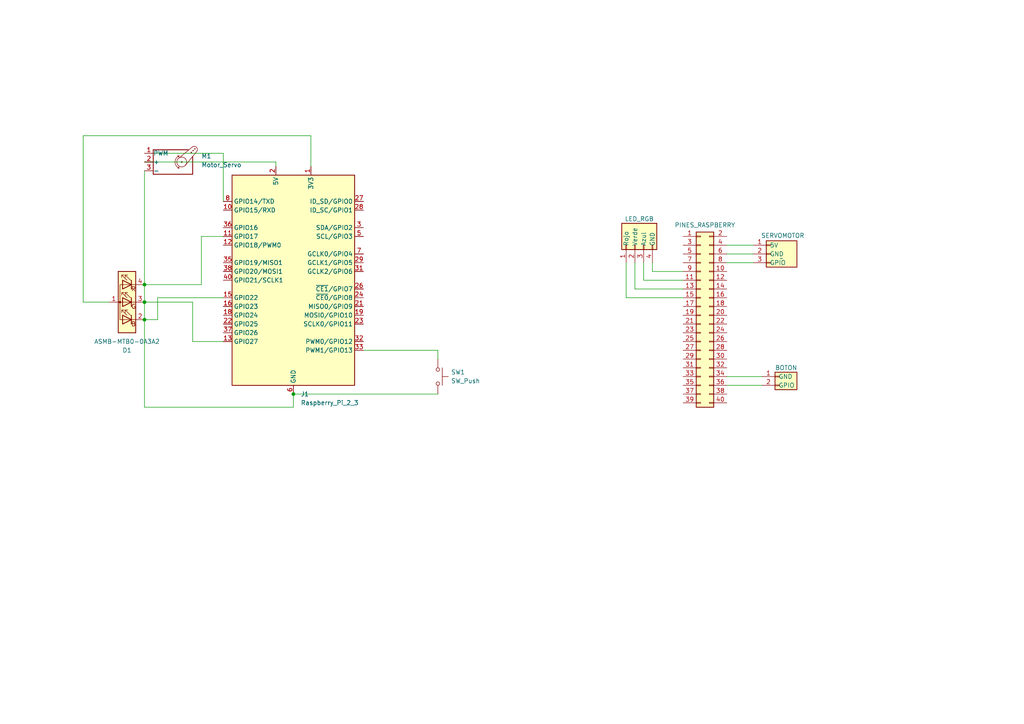
<source format=kicad_sch>
(kicad_sch
	(version 20250114)
	(generator "eeschema")
	(generator_version "9.0")
	(uuid "1cd0b24d-d4cc-4c7b-9e89-5bb22e9fdf0b")
	(paper "A4")
	(lib_symbols
		(symbol "Connector:Raspberry_Pi_2_3"
			(exclude_from_sim no)
			(in_bom yes)
			(on_board yes)
			(property "Reference" "J"
				(at -17.78 31.75 0)
				(effects
					(font
						(size 1.27 1.27)
					)
					(justify left bottom)
				)
			)
			(property "Value" "Raspberry_Pi_2_3"
				(at 10.16 -31.75 0)
				(effects
					(font
						(size 1.27 1.27)
					)
					(justify left top)
				)
			)
			(property "Footprint" ""
				(at 0 0 0)
				(effects
					(font
						(size 1.27 1.27)
					)
					(hide yes)
				)
			)
			(property "Datasheet" "https://www.raspberrypi.org/documentation/hardware/raspberrypi/schematics/rpi_SCH_3bplus_1p0_reduced.pdf"
				(at 60.96 -44.45 0)
				(effects
					(font
						(size 1.27 1.27)
					)
					(hide yes)
				)
			)
			(property "Description" "expansion header for Raspberry Pi 2 & 3"
				(at 0 0 0)
				(effects
					(font
						(size 1.27 1.27)
					)
					(hide yes)
				)
			)
			(property "ki_keywords" "raspberrypi gpio"
				(at 0 0 0)
				(effects
					(font
						(size 1.27 1.27)
					)
					(hide yes)
				)
			)
			(property "ki_fp_filters" "PinHeader*2x20*P2.54mm*Vertical* PinSocket*2x20*P2.54mm*Vertical*"
				(at 0 0 0)
				(effects
					(font
						(size 1.27 1.27)
					)
					(hide yes)
				)
			)
			(symbol "Raspberry_Pi_2_3_0_1"
				(rectangle
					(start -17.78 30.48)
					(end 17.78 -30.48)
					(stroke
						(width 0.254)
						(type default)
					)
					(fill
						(type background)
					)
				)
			)
			(symbol "Raspberry_Pi_2_3_1_1"
				(pin bidirectional line
					(at -20.32 22.86 0)
					(length 2.54)
					(name "GPIO14/TXD"
						(effects
							(font
								(size 1.27 1.27)
							)
						)
					)
					(number "8"
						(effects
							(font
								(size 1.27 1.27)
							)
						)
					)
				)
				(pin bidirectional line
					(at -20.32 20.32 0)
					(length 2.54)
					(name "GPIO15/RXD"
						(effects
							(font
								(size 1.27 1.27)
							)
						)
					)
					(number "10"
						(effects
							(font
								(size 1.27 1.27)
							)
						)
					)
				)
				(pin bidirectional line
					(at -20.32 15.24 0)
					(length 2.54)
					(name "GPIO16"
						(effects
							(font
								(size 1.27 1.27)
							)
						)
					)
					(number "36"
						(effects
							(font
								(size 1.27 1.27)
							)
						)
					)
				)
				(pin bidirectional line
					(at -20.32 12.7 0)
					(length 2.54)
					(name "GPIO17"
						(effects
							(font
								(size 1.27 1.27)
							)
						)
					)
					(number "11"
						(effects
							(font
								(size 1.27 1.27)
							)
						)
					)
				)
				(pin bidirectional line
					(at -20.32 10.16 0)
					(length 2.54)
					(name "GPIO18/PWM0"
						(effects
							(font
								(size 1.27 1.27)
							)
						)
					)
					(number "12"
						(effects
							(font
								(size 1.27 1.27)
							)
						)
					)
				)
				(pin bidirectional line
					(at -20.32 5.08 0)
					(length 2.54)
					(name "GPIO19/MISO1"
						(effects
							(font
								(size 1.27 1.27)
							)
						)
					)
					(number "35"
						(effects
							(font
								(size 1.27 1.27)
							)
						)
					)
				)
				(pin bidirectional line
					(at -20.32 2.54 0)
					(length 2.54)
					(name "GPIO20/MOSI1"
						(effects
							(font
								(size 1.27 1.27)
							)
						)
					)
					(number "38"
						(effects
							(font
								(size 1.27 1.27)
							)
						)
					)
				)
				(pin bidirectional line
					(at -20.32 0 0)
					(length 2.54)
					(name "GPIO21/SCLK1"
						(effects
							(font
								(size 1.27 1.27)
							)
						)
					)
					(number "40"
						(effects
							(font
								(size 1.27 1.27)
							)
						)
					)
				)
				(pin bidirectional line
					(at -20.32 -5.08 0)
					(length 2.54)
					(name "GPIO22"
						(effects
							(font
								(size 1.27 1.27)
							)
						)
					)
					(number "15"
						(effects
							(font
								(size 1.27 1.27)
							)
						)
					)
				)
				(pin bidirectional line
					(at -20.32 -7.62 0)
					(length 2.54)
					(name "GPIO23"
						(effects
							(font
								(size 1.27 1.27)
							)
						)
					)
					(number "16"
						(effects
							(font
								(size 1.27 1.27)
							)
						)
					)
				)
				(pin bidirectional line
					(at -20.32 -10.16 0)
					(length 2.54)
					(name "GPIO24"
						(effects
							(font
								(size 1.27 1.27)
							)
						)
					)
					(number "18"
						(effects
							(font
								(size 1.27 1.27)
							)
						)
					)
				)
				(pin bidirectional line
					(at -20.32 -12.7 0)
					(length 2.54)
					(name "GPIO25"
						(effects
							(font
								(size 1.27 1.27)
							)
						)
					)
					(number "22"
						(effects
							(font
								(size 1.27 1.27)
							)
						)
					)
				)
				(pin bidirectional line
					(at -20.32 -15.24 0)
					(length 2.54)
					(name "GPIO26"
						(effects
							(font
								(size 1.27 1.27)
							)
						)
					)
					(number "37"
						(effects
							(font
								(size 1.27 1.27)
							)
						)
					)
				)
				(pin bidirectional line
					(at -20.32 -17.78 0)
					(length 2.54)
					(name "GPIO27"
						(effects
							(font
								(size 1.27 1.27)
							)
						)
					)
					(number "13"
						(effects
							(font
								(size 1.27 1.27)
							)
						)
					)
				)
				(pin power_in line
					(at -5.08 33.02 270)
					(length 2.54)
					(name "5V"
						(effects
							(font
								(size 1.27 1.27)
							)
						)
					)
					(number "2"
						(effects
							(font
								(size 1.27 1.27)
							)
						)
					)
				)
				(pin passive line
					(at -5.08 33.02 270)
					(length 2.54)
					(hide yes)
					(name "5V"
						(effects
							(font
								(size 1.27 1.27)
							)
						)
					)
					(number "4"
						(effects
							(font
								(size 1.27 1.27)
							)
						)
					)
				)
				(pin passive line
					(at 0 -33.02 90)
					(length 2.54)
					(hide yes)
					(name "GND"
						(effects
							(font
								(size 1.27 1.27)
							)
						)
					)
					(number "14"
						(effects
							(font
								(size 1.27 1.27)
							)
						)
					)
				)
				(pin passive line
					(at 0 -33.02 90)
					(length 2.54)
					(hide yes)
					(name "GND"
						(effects
							(font
								(size 1.27 1.27)
							)
						)
					)
					(number "20"
						(effects
							(font
								(size 1.27 1.27)
							)
						)
					)
				)
				(pin passive line
					(at 0 -33.02 90)
					(length 2.54)
					(hide yes)
					(name "GND"
						(effects
							(font
								(size 1.27 1.27)
							)
						)
					)
					(number "25"
						(effects
							(font
								(size 1.27 1.27)
							)
						)
					)
				)
				(pin passive line
					(at 0 -33.02 90)
					(length 2.54)
					(hide yes)
					(name "GND"
						(effects
							(font
								(size 1.27 1.27)
							)
						)
					)
					(number "30"
						(effects
							(font
								(size 1.27 1.27)
							)
						)
					)
				)
				(pin passive line
					(at 0 -33.02 90)
					(length 2.54)
					(hide yes)
					(name "GND"
						(effects
							(font
								(size 1.27 1.27)
							)
						)
					)
					(number "34"
						(effects
							(font
								(size 1.27 1.27)
							)
						)
					)
				)
				(pin passive line
					(at 0 -33.02 90)
					(length 2.54)
					(hide yes)
					(name "GND"
						(effects
							(font
								(size 1.27 1.27)
							)
						)
					)
					(number "39"
						(effects
							(font
								(size 1.27 1.27)
							)
						)
					)
				)
				(pin power_in line
					(at 0 -33.02 90)
					(length 2.54)
					(name "GND"
						(effects
							(font
								(size 1.27 1.27)
							)
						)
					)
					(number "6"
						(effects
							(font
								(size 1.27 1.27)
							)
						)
					)
				)
				(pin passive line
					(at 0 -33.02 90)
					(length 2.54)
					(hide yes)
					(name "GND"
						(effects
							(font
								(size 1.27 1.27)
							)
						)
					)
					(number "9"
						(effects
							(font
								(size 1.27 1.27)
							)
						)
					)
				)
				(pin power_in line
					(at 5.08 33.02 270)
					(length 2.54)
					(name "3V3"
						(effects
							(font
								(size 1.27 1.27)
							)
						)
					)
					(number "1"
						(effects
							(font
								(size 1.27 1.27)
							)
						)
					)
				)
				(pin passive line
					(at 5.08 33.02 270)
					(length 2.54)
					(hide yes)
					(name "3V3"
						(effects
							(font
								(size 1.27 1.27)
							)
						)
					)
					(number "17"
						(effects
							(font
								(size 1.27 1.27)
							)
						)
					)
				)
				(pin bidirectional line
					(at 20.32 22.86 180)
					(length 2.54)
					(name "ID_SD/GPIO0"
						(effects
							(font
								(size 1.27 1.27)
							)
						)
					)
					(number "27"
						(effects
							(font
								(size 1.27 1.27)
							)
						)
					)
				)
				(pin bidirectional line
					(at 20.32 20.32 180)
					(length 2.54)
					(name "ID_SC/GPIO1"
						(effects
							(font
								(size 1.27 1.27)
							)
						)
					)
					(number "28"
						(effects
							(font
								(size 1.27 1.27)
							)
						)
					)
				)
				(pin bidirectional line
					(at 20.32 15.24 180)
					(length 2.54)
					(name "SDA/GPIO2"
						(effects
							(font
								(size 1.27 1.27)
							)
						)
					)
					(number "3"
						(effects
							(font
								(size 1.27 1.27)
							)
						)
					)
				)
				(pin bidirectional line
					(at 20.32 12.7 180)
					(length 2.54)
					(name "SCL/GPIO3"
						(effects
							(font
								(size 1.27 1.27)
							)
						)
					)
					(number "5"
						(effects
							(font
								(size 1.27 1.27)
							)
						)
					)
				)
				(pin bidirectional line
					(at 20.32 7.62 180)
					(length 2.54)
					(name "GCLK0/GPIO4"
						(effects
							(font
								(size 1.27 1.27)
							)
						)
					)
					(number "7"
						(effects
							(font
								(size 1.27 1.27)
							)
						)
					)
				)
				(pin bidirectional line
					(at 20.32 5.08 180)
					(length 2.54)
					(name "GCLK1/GPIO5"
						(effects
							(font
								(size 1.27 1.27)
							)
						)
					)
					(number "29"
						(effects
							(font
								(size 1.27 1.27)
							)
						)
					)
				)
				(pin bidirectional line
					(at 20.32 2.54 180)
					(length 2.54)
					(name "GCLK2/GPIO6"
						(effects
							(font
								(size 1.27 1.27)
							)
						)
					)
					(number "31"
						(effects
							(font
								(size 1.27 1.27)
							)
						)
					)
				)
				(pin bidirectional line
					(at 20.32 -2.54 180)
					(length 2.54)
					(name "~{CE1}/GPIO7"
						(effects
							(font
								(size 1.27 1.27)
							)
						)
					)
					(number "26"
						(effects
							(font
								(size 1.27 1.27)
							)
						)
					)
				)
				(pin bidirectional line
					(at 20.32 -5.08 180)
					(length 2.54)
					(name "~{CE0}/GPIO8"
						(effects
							(font
								(size 1.27 1.27)
							)
						)
					)
					(number "24"
						(effects
							(font
								(size 1.27 1.27)
							)
						)
					)
				)
				(pin bidirectional line
					(at 20.32 -7.62 180)
					(length 2.54)
					(name "MISO0/GPIO9"
						(effects
							(font
								(size 1.27 1.27)
							)
						)
					)
					(number "21"
						(effects
							(font
								(size 1.27 1.27)
							)
						)
					)
				)
				(pin bidirectional line
					(at 20.32 -10.16 180)
					(length 2.54)
					(name "MOSI0/GPIO10"
						(effects
							(font
								(size 1.27 1.27)
							)
						)
					)
					(number "19"
						(effects
							(font
								(size 1.27 1.27)
							)
						)
					)
				)
				(pin bidirectional line
					(at 20.32 -12.7 180)
					(length 2.54)
					(name "SCLK0/GPIO11"
						(effects
							(font
								(size 1.27 1.27)
							)
						)
					)
					(number "23"
						(effects
							(font
								(size 1.27 1.27)
							)
						)
					)
				)
				(pin bidirectional line
					(at 20.32 -17.78 180)
					(length 2.54)
					(name "PWM0/GPIO12"
						(effects
							(font
								(size 1.27 1.27)
							)
						)
					)
					(number "32"
						(effects
							(font
								(size 1.27 1.27)
							)
						)
					)
				)
				(pin bidirectional line
					(at 20.32 -20.32 180)
					(length 2.54)
					(name "PWM1/GPIO13"
						(effects
							(font
								(size 1.27 1.27)
							)
						)
					)
					(number "33"
						(effects
							(font
								(size 1.27 1.27)
							)
						)
					)
				)
			)
			(embedded_fonts no)
		)
		(symbol "Connector_Generic:Conn_01x02"
			(pin_names
				(offset 1.016)
			)
			(exclude_from_sim no)
			(in_bom yes)
			(on_board yes)
			(property "Reference" "BOTON"
				(at -1.27 2.54 0)
				(effects
					(font
						(size 1.27 1.27)
					)
					(justify left)
				)
			)
			(property "Value" "~"
				(at 2.54 -2.5399 0)
				(effects
					(font
						(size 1.27 1.27)
					)
					(justify left)
					(hide yes)
				)
			)
			(property "Footprint" ""
				(at 0 0 0)
				(effects
					(font
						(size 1.27 1.27)
					)
					(hide yes)
				)
			)
			(property "Datasheet" "~"
				(at 0 0 0)
				(effects
					(font
						(size 1.27 1.27)
					)
					(hide yes)
				)
			)
			(property "Description" "Generic connector, single row, 01x02, script generated (kicad-library-utils/schlib/autogen/connector/)"
				(at 0 0 0)
				(effects
					(font
						(size 1.27 1.27)
					)
					(hide yes)
				)
			)
			(property "ki_keywords" "connector"
				(at 0 0 0)
				(effects
					(font
						(size 1.27 1.27)
					)
					(hide yes)
				)
			)
			(property "ki_fp_filters" "Connector*:*_1x??_*"
				(at 0 0 0)
				(effects
					(font
						(size 1.27 1.27)
					)
					(hide yes)
				)
			)
			(symbol "Conn_01x02_1_1"
				(rectangle
					(start -1.27 1.27)
					(end 5.08 -3.81)
					(stroke
						(width 0.254)
						(type default)
					)
					(fill
						(type background)
					)
				)
				(rectangle
					(start -1.27 0.127)
					(end 0 -0.127)
					(stroke
						(width 0.1524)
						(type default)
					)
					(fill
						(type none)
					)
				)
				(rectangle
					(start -1.27 -2.413)
					(end 0 -2.667)
					(stroke
						(width 0.1524)
						(type default)
					)
					(fill
						(type none)
					)
				)
				(pin passive line
					(at -5.08 0 0)
					(length 3.81)
					(name "GND"
						(effects
							(font
								(size 1.27 1.27)
							)
						)
					)
					(number "1"
						(effects
							(font
								(size 1.27 1.27)
							)
						)
					)
				)
				(pin passive line
					(at -5.08 -2.54 0)
					(length 3.81)
					(name "GPIO"
						(effects
							(font
								(size 1.27 1.27)
							)
						)
					)
					(number "2"
						(effects
							(font
								(size 1.27 1.27)
							)
						)
					)
				)
			)
			(embedded_fonts no)
		)
		(symbol "Connector_Generic:Conn_01x03"
			(pin_names
				(offset 1.016)
			)
			(exclude_from_sim no)
			(in_bom yes)
			(on_board yes)
			(property "Reference" "SERVOMOTOR"
				(at -2.794 5.334 0)
				(effects
					(font
						(size 1.27 1.27)
					)
					(justify left)
				)
			)
			(property "Value" "~"
				(at 2.54 -1.2699 0)
				(effects
					(font
						(size 1.27 1.27)
					)
					(justify left)
				)
			)
			(property "Footprint" ""
				(at 0 0 0)
				(effects
					(font
						(size 1.27 1.27)
					)
					(hide yes)
				)
			)
			(property "Datasheet" "~"
				(at 0 0 0)
				(effects
					(font
						(size 1.27 1.27)
					)
					(hide yes)
				)
			)
			(property "Description" "Generic connector, single row, 01x03, script generated (kicad-library-utils/schlib/autogen/connector/)"
				(at 0 0 0)
				(effects
					(font
						(size 1.27 1.27)
					)
					(hide yes)
				)
			)
			(property "ki_keywords" "connector"
				(at 0 0 0)
				(effects
					(font
						(size 1.27 1.27)
					)
					(hide yes)
				)
			)
			(property "ki_fp_filters" "Connector*:*_1x??_*"
				(at 0 0 0)
				(effects
					(font
						(size 1.27 1.27)
					)
					(hide yes)
				)
			)
			(symbol "Conn_01x03_1_1"
				(rectangle
					(start -1.27 3.81)
					(end 7.62 -3.81)
					(stroke
						(width 0.254)
						(type default)
					)
					(fill
						(type background)
					)
				)
				(rectangle
					(start -1.27 2.667)
					(end 0 2.413)
					(stroke
						(width 0.1524)
						(type default)
					)
					(fill
						(type none)
					)
				)
				(rectangle
					(start -1.27 0.127)
					(end 0 -0.127)
					(stroke
						(width 0.1524)
						(type default)
					)
					(fill
						(type none)
					)
				)
				(rectangle
					(start -1.27 -2.413)
					(end 0 -2.667)
					(stroke
						(width 0.1524)
						(type default)
					)
					(fill
						(type none)
					)
				)
				(pin passive line
					(at -5.08 2.54 0)
					(length 3.81)
					(name "5V"
						(effects
							(font
								(size 1.27 1.27)
							)
						)
					)
					(number "1"
						(effects
							(font
								(size 1.27 1.27)
							)
						)
					)
				)
				(pin passive line
					(at -5.08 0 0)
					(length 3.81)
					(name "GND"
						(effects
							(font
								(size 1.27 1.27)
							)
						)
					)
					(number "2"
						(effects
							(font
								(size 1.27 1.27)
							)
						)
					)
				)
				(pin passive line
					(at -5.08 -2.54 0)
					(length 3.81)
					(name "GPIO"
						(effects
							(font
								(size 1.27 1.27)
							)
						)
					)
					(number "3"
						(effects
							(font
								(size 1.27 1.27)
							)
						)
					)
				)
			)
			(embedded_fonts no)
		)
		(symbol "Connector_Generic:Conn_01x04"
			(pin_names
				(offset 1.016)
			)
			(exclude_from_sim no)
			(in_bom yes)
			(on_board yes)
			(property "Reference" "LED_RGB"
				(at 7.62 -1.27 90)
				(effects
					(font
						(size 1.27 1.27)
					)
				)
			)
			(property "Value" "~"
				(at 3.81 -1.27 90)
				(effects
					(font
						(size 1.27 1.27)
					)
					(hide yes)
				)
			)
			(property "Footprint" ""
				(at 0 0 0)
				(effects
					(font
						(size 1.27 1.27)
					)
					(hide yes)
				)
			)
			(property "Datasheet" "~"
				(at 0 0 0)
				(effects
					(font
						(size 1.27 1.27)
					)
					(hide yes)
				)
			)
			(property "Description" "Generic connector, single row, 01x04, script generated (kicad-library-utils/schlib/autogen/connector/)"
				(at 0 0 0)
				(effects
					(font
						(size 1.27 1.27)
					)
					(hide yes)
				)
			)
			(property "ki_keywords" "connector"
				(at 0 0 0)
				(effects
					(font
						(size 1.27 1.27)
					)
					(hide yes)
				)
			)
			(property "ki_fp_filters" "Connector*:*_1x??_*"
				(at 0 0 0)
				(effects
					(font
						(size 1.27 1.27)
					)
					(hide yes)
				)
			)
			(symbol "Conn_01x04_1_1"
				(rectangle
					(start -1.27 3.81)
					(end 6.35 -6.35)
					(stroke
						(width 0.254)
						(type default)
					)
					(fill
						(type background)
					)
				)
				(rectangle
					(start -1.27 2.667)
					(end 0 2.413)
					(stroke
						(width 0.1524)
						(type default)
					)
					(fill
						(type none)
					)
				)
				(rectangle
					(start -1.27 0.127)
					(end 0 -0.127)
					(stroke
						(width 0.1524)
						(type default)
					)
					(fill
						(type none)
					)
				)
				(rectangle
					(start -1.27 -2.413)
					(end 0 -2.667)
					(stroke
						(width 0.1524)
						(type default)
					)
					(fill
						(type none)
					)
				)
				(rectangle
					(start -1.27 -4.953)
					(end 0 -5.207)
					(stroke
						(width 0.1524)
						(type default)
					)
					(fill
						(type none)
					)
				)
				(pin passive line
					(at -5.08 2.54 0)
					(length 3.81)
					(name "Rojo"
						(effects
							(font
								(size 1.27 1.27)
							)
						)
					)
					(number "1"
						(effects
							(font
								(size 1.27 1.27)
							)
						)
					)
				)
				(pin passive line
					(at -5.08 0 0)
					(length 3.81)
					(name "Verde"
						(effects
							(font
								(size 1.27 1.27)
							)
						)
					)
					(number "2"
						(effects
							(font
								(size 1.27 1.27)
							)
						)
					)
				)
				(pin passive line
					(at -5.08 -2.54 0)
					(length 3.81)
					(name "Azul"
						(effects
							(font
								(size 1.27 1.27)
							)
						)
					)
					(number "3"
						(effects
							(font
								(size 1.27 1.27)
							)
						)
					)
				)
				(pin passive line
					(at -5.08 -5.08 0)
					(length 3.81)
					(name "GND"
						(effects
							(font
								(size 1.27 1.27)
							)
						)
					)
					(number "4"
						(effects
							(font
								(size 1.27 1.27)
							)
						)
					)
				)
			)
			(embedded_fonts no)
		)
		(symbol "Connector_Generic:Conn_02x20_Odd_Even"
			(pin_names
				(offset 1.016)
				(hide yes)
			)
			(exclude_from_sim no)
			(in_bom yes)
			(on_board yes)
			(property "Reference" "J"
				(at 1.27 25.4 0)
				(effects
					(font
						(size 1.27 1.27)
					)
				)
			)
			(property "Value" "Conn_02x20_Odd_Even"
				(at 1.27 -27.94 0)
				(effects
					(font
						(size 1.27 1.27)
					)
				)
			)
			(property "Footprint" ""
				(at 0 0 0)
				(effects
					(font
						(size 1.27 1.27)
					)
					(hide yes)
				)
			)
			(property "Datasheet" "~"
				(at 0 0 0)
				(effects
					(font
						(size 1.27 1.27)
					)
					(hide yes)
				)
			)
			(property "Description" "Generic connector, double row, 02x20, odd/even pin numbering scheme (row 1 odd numbers, row 2 even numbers), script generated (kicad-library-utils/schlib/autogen/connector/)"
				(at 0 0 0)
				(effects
					(font
						(size 1.27 1.27)
					)
					(hide yes)
				)
			)
			(property "ki_keywords" "connector"
				(at 0 0 0)
				(effects
					(font
						(size 1.27 1.27)
					)
					(hide yes)
				)
			)
			(property "ki_fp_filters" "Connector*:*_2x??_*"
				(at 0 0 0)
				(effects
					(font
						(size 1.27 1.27)
					)
					(hide yes)
				)
			)
			(symbol "Conn_02x20_Odd_Even_1_1"
				(rectangle
					(start -1.27 24.13)
					(end 3.81 -26.67)
					(stroke
						(width 0.254)
						(type default)
					)
					(fill
						(type background)
					)
				)
				(rectangle
					(start -1.27 22.987)
					(end 0 22.733)
					(stroke
						(width 0.1524)
						(type default)
					)
					(fill
						(type none)
					)
				)
				(rectangle
					(start -1.27 20.447)
					(end 0 20.193)
					(stroke
						(width 0.1524)
						(type default)
					)
					(fill
						(type none)
					)
				)
				(rectangle
					(start -1.27 17.907)
					(end 0 17.653)
					(stroke
						(width 0.1524)
						(type default)
					)
					(fill
						(type none)
					)
				)
				(rectangle
					(start -1.27 15.367)
					(end 0 15.113)
					(stroke
						(width 0.1524)
						(type default)
					)
					(fill
						(type none)
					)
				)
				(rectangle
					(start -1.27 12.827)
					(end 0 12.573)
					(stroke
						(width 0.1524)
						(type default)
					)
					(fill
						(type none)
					)
				)
				(rectangle
					(start -1.27 10.287)
					(end 0 10.033)
					(stroke
						(width 0.1524)
						(type default)
					)
					(fill
						(type none)
					)
				)
				(rectangle
					(start -1.27 7.747)
					(end 0 7.493)
					(stroke
						(width 0.1524)
						(type default)
					)
					(fill
						(type none)
					)
				)
				(rectangle
					(start -1.27 5.207)
					(end 0 4.953)
					(stroke
						(width 0.1524)
						(type default)
					)
					(fill
						(type none)
					)
				)
				(rectangle
					(start -1.27 2.667)
					(end 0 2.413)
					(stroke
						(width 0.1524)
						(type default)
					)
					(fill
						(type none)
					)
				)
				(rectangle
					(start -1.27 0.127)
					(end 0 -0.127)
					(stroke
						(width 0.1524)
						(type default)
					)
					(fill
						(type none)
					)
				)
				(rectangle
					(start -1.27 -2.413)
					(end 0 -2.667)
					(stroke
						(width 0.1524)
						(type default)
					)
					(fill
						(type none)
					)
				)
				(rectangle
					(start -1.27 -4.953)
					(end 0 -5.207)
					(stroke
						(width 0.1524)
						(type default)
					)
					(fill
						(type none)
					)
				)
				(rectangle
					(start -1.27 -7.493)
					(end 0 -7.747)
					(stroke
						(width 0.1524)
						(type default)
					)
					(fill
						(type none)
					)
				)
				(rectangle
					(start -1.27 -10.033)
					(end 0 -10.287)
					(stroke
						(width 0.1524)
						(type default)
					)
					(fill
						(type none)
					)
				)
				(rectangle
					(start -1.27 -12.573)
					(end 0 -12.827)
					(stroke
						(width 0.1524)
						(type default)
					)
					(fill
						(type none)
					)
				)
				(rectangle
					(start -1.27 -15.113)
					(end 0 -15.367)
					(stroke
						(width 0.1524)
						(type default)
					)
					(fill
						(type none)
					)
				)
				(rectangle
					(start -1.27 -17.653)
					(end 0 -17.907)
					(stroke
						(width 0.1524)
						(type default)
					)
					(fill
						(type none)
					)
				)
				(rectangle
					(start -1.27 -20.193)
					(end 0 -20.447)
					(stroke
						(width 0.1524)
						(type default)
					)
					(fill
						(type none)
					)
				)
				(rectangle
					(start -1.27 -22.733)
					(end 0 -22.987)
					(stroke
						(width 0.1524)
						(type default)
					)
					(fill
						(type none)
					)
				)
				(rectangle
					(start -1.27 -25.273)
					(end 0 -25.527)
					(stroke
						(width 0.1524)
						(type default)
					)
					(fill
						(type none)
					)
				)
				(rectangle
					(start 3.81 22.987)
					(end 2.54 22.733)
					(stroke
						(width 0.1524)
						(type default)
					)
					(fill
						(type none)
					)
				)
				(rectangle
					(start 3.81 20.447)
					(end 2.54 20.193)
					(stroke
						(width 0.1524)
						(type default)
					)
					(fill
						(type none)
					)
				)
				(rectangle
					(start 3.81 17.907)
					(end 2.54 17.653)
					(stroke
						(width 0.1524)
						(type default)
					)
					(fill
						(type none)
					)
				)
				(rectangle
					(start 3.81 15.367)
					(end 2.54 15.113)
					(stroke
						(width 0.1524)
						(type default)
					)
					(fill
						(type none)
					)
				)
				(rectangle
					(start 3.81 12.827)
					(end 2.54 12.573)
					(stroke
						(width 0.1524)
						(type default)
					)
					(fill
						(type none)
					)
				)
				(rectangle
					(start 3.81 10.287)
					(end 2.54 10.033)
					(stroke
						(width 0.1524)
						(type default)
					)
					(fill
						(type none)
					)
				)
				(rectangle
					(start 3.81 7.747)
					(end 2.54 7.493)
					(stroke
						(width 0.1524)
						(type default)
					)
					(fill
						(type none)
					)
				)
				(rectangle
					(start 3.81 5.207)
					(end 2.54 4.953)
					(stroke
						(width 0.1524)
						(type default)
					)
					(fill
						(type none)
					)
				)
				(rectangle
					(start 3.81 2.667)
					(end 2.54 2.413)
					(stroke
						(width 0.1524)
						(type default)
					)
					(fill
						(type none)
					)
				)
				(rectangle
					(start 3.81 0.127)
					(end 2.54 -0.127)
					(stroke
						(width 0.1524)
						(type default)
					)
					(fill
						(type none)
					)
				)
				(rectangle
					(start 3.81 -2.413)
					(end 2.54 -2.667)
					(stroke
						(width 0.1524)
						(type default)
					)
					(fill
						(type none)
					)
				)
				(rectangle
					(start 3.81 -4.953)
					(end 2.54 -5.207)
					(stroke
						(width 0.1524)
						(type default)
					)
					(fill
						(type none)
					)
				)
				(rectangle
					(start 3.81 -7.493)
					(end 2.54 -7.747)
					(stroke
						(width 0.1524)
						(type default)
					)
					(fill
						(type none)
					)
				)
				(rectangle
					(start 3.81 -10.033)
					(end 2.54 -10.287)
					(stroke
						(width 0.1524)
						(type default)
					)
					(fill
						(type none)
					)
				)
				(rectangle
					(start 3.81 -12.573)
					(end 2.54 -12.827)
					(stroke
						(width 0.1524)
						(type default)
					)
					(fill
						(type none)
					)
				)
				(rectangle
					(start 3.81 -15.113)
					(end 2.54 -15.367)
					(stroke
						(width 0.1524)
						(type default)
					)
					(fill
						(type none)
					)
				)
				(rectangle
					(start 3.81 -17.653)
					(end 2.54 -17.907)
					(stroke
						(width 0.1524)
						(type default)
					)
					(fill
						(type none)
					)
				)
				(rectangle
					(start 3.81 -20.193)
					(end 2.54 -20.447)
					(stroke
						(width 0.1524)
						(type default)
					)
					(fill
						(type none)
					)
				)
				(rectangle
					(start 3.81 -22.733)
					(end 2.54 -22.987)
					(stroke
						(width 0.1524)
						(type default)
					)
					(fill
						(type none)
					)
				)
				(rectangle
					(start 3.81 -25.273)
					(end 2.54 -25.527)
					(stroke
						(width 0.1524)
						(type default)
					)
					(fill
						(type none)
					)
				)
				(pin passive line
					(at -5.08 22.86 0)
					(length 3.81)
					(name "Pin_1"
						(effects
							(font
								(size 1.27 1.27)
							)
						)
					)
					(number "1"
						(effects
							(font
								(size 1.27 1.27)
							)
						)
					)
				)
				(pin passive line
					(at -5.08 20.32 0)
					(length 3.81)
					(name "Pin_3"
						(effects
							(font
								(size 1.27 1.27)
							)
						)
					)
					(number "3"
						(effects
							(font
								(size 1.27 1.27)
							)
						)
					)
				)
				(pin passive line
					(at -5.08 17.78 0)
					(length 3.81)
					(name "Pin_5"
						(effects
							(font
								(size 1.27 1.27)
							)
						)
					)
					(number "5"
						(effects
							(font
								(size 1.27 1.27)
							)
						)
					)
				)
				(pin passive line
					(at -5.08 15.24 0)
					(length 3.81)
					(name "Pin_7"
						(effects
							(font
								(size 1.27 1.27)
							)
						)
					)
					(number "7"
						(effects
							(font
								(size 1.27 1.27)
							)
						)
					)
				)
				(pin passive line
					(at -5.08 12.7 0)
					(length 3.81)
					(name "Pin_9"
						(effects
							(font
								(size 1.27 1.27)
							)
						)
					)
					(number "9"
						(effects
							(font
								(size 1.27 1.27)
							)
						)
					)
				)
				(pin passive line
					(at -5.08 10.16 0)
					(length 3.81)
					(name "Pin_11"
						(effects
							(font
								(size 1.27 1.27)
							)
						)
					)
					(number "11"
						(effects
							(font
								(size 1.27 1.27)
							)
						)
					)
				)
				(pin passive line
					(at -5.08 7.62 0)
					(length 3.81)
					(name "Pin_13"
						(effects
							(font
								(size 1.27 1.27)
							)
						)
					)
					(number "13"
						(effects
							(font
								(size 1.27 1.27)
							)
						)
					)
				)
				(pin passive line
					(at -5.08 5.08 0)
					(length 3.81)
					(name "Pin_15"
						(effects
							(font
								(size 1.27 1.27)
							)
						)
					)
					(number "15"
						(effects
							(font
								(size 1.27 1.27)
							)
						)
					)
				)
				(pin passive line
					(at -5.08 2.54 0)
					(length 3.81)
					(name "Pin_17"
						(effects
							(font
								(size 1.27 1.27)
							)
						)
					)
					(number "17"
						(effects
							(font
								(size 1.27 1.27)
							)
						)
					)
				)
				(pin passive line
					(at -5.08 0 0)
					(length 3.81)
					(name "Pin_19"
						(effects
							(font
								(size 1.27 1.27)
							)
						)
					)
					(number "19"
						(effects
							(font
								(size 1.27 1.27)
							)
						)
					)
				)
				(pin passive line
					(at -5.08 -2.54 0)
					(length 3.81)
					(name "Pin_21"
						(effects
							(font
								(size 1.27 1.27)
							)
						)
					)
					(number "21"
						(effects
							(font
								(size 1.27 1.27)
							)
						)
					)
				)
				(pin passive line
					(at -5.08 -5.08 0)
					(length 3.81)
					(name "Pin_23"
						(effects
							(font
								(size 1.27 1.27)
							)
						)
					)
					(number "23"
						(effects
							(font
								(size 1.27 1.27)
							)
						)
					)
				)
				(pin passive line
					(at -5.08 -7.62 0)
					(length 3.81)
					(name "Pin_25"
						(effects
							(font
								(size 1.27 1.27)
							)
						)
					)
					(number "25"
						(effects
							(font
								(size 1.27 1.27)
							)
						)
					)
				)
				(pin passive line
					(at -5.08 -10.16 0)
					(length 3.81)
					(name "Pin_27"
						(effects
							(font
								(size 1.27 1.27)
							)
						)
					)
					(number "27"
						(effects
							(font
								(size 1.27 1.27)
							)
						)
					)
				)
				(pin passive line
					(at -5.08 -12.7 0)
					(length 3.81)
					(name "Pin_29"
						(effects
							(font
								(size 1.27 1.27)
							)
						)
					)
					(number "29"
						(effects
							(font
								(size 1.27 1.27)
							)
						)
					)
				)
				(pin passive line
					(at -5.08 -15.24 0)
					(length 3.81)
					(name "Pin_31"
						(effects
							(font
								(size 1.27 1.27)
							)
						)
					)
					(number "31"
						(effects
							(font
								(size 1.27 1.27)
							)
						)
					)
				)
				(pin passive line
					(at -5.08 -17.78 0)
					(length 3.81)
					(name "Pin_33"
						(effects
							(font
								(size 1.27 1.27)
							)
						)
					)
					(number "33"
						(effects
							(font
								(size 1.27 1.27)
							)
						)
					)
				)
				(pin passive line
					(at -5.08 -20.32 0)
					(length 3.81)
					(name "Pin_35"
						(effects
							(font
								(size 1.27 1.27)
							)
						)
					)
					(number "35"
						(effects
							(font
								(size 1.27 1.27)
							)
						)
					)
				)
				(pin passive line
					(at -5.08 -22.86 0)
					(length 3.81)
					(name "Pin_37"
						(effects
							(font
								(size 1.27 1.27)
							)
						)
					)
					(number "37"
						(effects
							(font
								(size 1.27 1.27)
							)
						)
					)
				)
				(pin passive line
					(at -5.08 -25.4 0)
					(length 3.81)
					(name "Pin_39"
						(effects
							(font
								(size 1.27 1.27)
							)
						)
					)
					(number "39"
						(effects
							(font
								(size 1.27 1.27)
							)
						)
					)
				)
				(pin passive line
					(at 7.62 22.86 180)
					(length 3.81)
					(name "Pin_2"
						(effects
							(font
								(size 1.27 1.27)
							)
						)
					)
					(number "2"
						(effects
							(font
								(size 1.27 1.27)
							)
						)
					)
				)
				(pin passive line
					(at 7.62 20.32 180)
					(length 3.81)
					(name "Pin_4"
						(effects
							(font
								(size 1.27 1.27)
							)
						)
					)
					(number "4"
						(effects
							(font
								(size 1.27 1.27)
							)
						)
					)
				)
				(pin passive line
					(at 7.62 17.78 180)
					(length 3.81)
					(name "Pin_6"
						(effects
							(font
								(size 1.27 1.27)
							)
						)
					)
					(number "6"
						(effects
							(font
								(size 1.27 1.27)
							)
						)
					)
				)
				(pin passive line
					(at 7.62 15.24 180)
					(length 3.81)
					(name "Pin_8"
						(effects
							(font
								(size 1.27 1.27)
							)
						)
					)
					(number "8"
						(effects
							(font
								(size 1.27 1.27)
							)
						)
					)
				)
				(pin passive line
					(at 7.62 12.7 180)
					(length 3.81)
					(name "Pin_10"
						(effects
							(font
								(size 1.27 1.27)
							)
						)
					)
					(number "10"
						(effects
							(font
								(size 1.27 1.27)
							)
						)
					)
				)
				(pin passive line
					(at 7.62 10.16 180)
					(length 3.81)
					(name "Pin_12"
						(effects
							(font
								(size 1.27 1.27)
							)
						)
					)
					(number "12"
						(effects
							(font
								(size 1.27 1.27)
							)
						)
					)
				)
				(pin passive line
					(at 7.62 7.62 180)
					(length 3.81)
					(name "Pin_14"
						(effects
							(font
								(size 1.27 1.27)
							)
						)
					)
					(number "14"
						(effects
							(font
								(size 1.27 1.27)
							)
						)
					)
				)
				(pin passive line
					(at 7.62 5.08 180)
					(length 3.81)
					(name "Pin_16"
						(effects
							(font
								(size 1.27 1.27)
							)
						)
					)
					(number "16"
						(effects
							(font
								(size 1.27 1.27)
							)
						)
					)
				)
				(pin passive line
					(at 7.62 2.54 180)
					(length 3.81)
					(name "Pin_18"
						(effects
							(font
								(size 1.27 1.27)
							)
						)
					)
					(number "18"
						(effects
							(font
								(size 1.27 1.27)
							)
						)
					)
				)
				(pin passive line
					(at 7.62 0 180)
					(length 3.81)
					(name "Pin_20"
						(effects
							(font
								(size 1.27 1.27)
							)
						)
					)
					(number "20"
						(effects
							(font
								(size 1.27 1.27)
							)
						)
					)
				)
				(pin passive line
					(at 7.62 -2.54 180)
					(length 3.81)
					(name "Pin_22"
						(effects
							(font
								(size 1.27 1.27)
							)
						)
					)
					(number "22"
						(effects
							(font
								(size 1.27 1.27)
							)
						)
					)
				)
				(pin passive line
					(at 7.62 -5.08 180)
					(length 3.81)
					(name "Pin_24"
						(effects
							(font
								(size 1.27 1.27)
							)
						)
					)
					(number "24"
						(effects
							(font
								(size 1.27 1.27)
							)
						)
					)
				)
				(pin passive line
					(at 7.62 -7.62 180)
					(length 3.81)
					(name "Pin_26"
						(effects
							(font
								(size 1.27 1.27)
							)
						)
					)
					(number "26"
						(effects
							(font
								(size 1.27 1.27)
							)
						)
					)
				)
				(pin passive line
					(at 7.62 -10.16 180)
					(length 3.81)
					(name "Pin_28"
						(effects
							(font
								(size 1.27 1.27)
							)
						)
					)
					(number "28"
						(effects
							(font
								(size 1.27 1.27)
							)
						)
					)
				)
				(pin passive line
					(at 7.62 -12.7 180)
					(length 3.81)
					(name "Pin_30"
						(effects
							(font
								(size 1.27 1.27)
							)
						)
					)
					(number "30"
						(effects
							(font
								(size 1.27 1.27)
							)
						)
					)
				)
				(pin passive line
					(at 7.62 -15.24 180)
					(length 3.81)
					(name "Pin_32"
						(effects
							(font
								(size 1.27 1.27)
							)
						)
					)
					(number "32"
						(effects
							(font
								(size 1.27 1.27)
							)
						)
					)
				)
				(pin passive line
					(at 7.62 -17.78 180)
					(length 3.81)
					(name "Pin_34"
						(effects
							(font
								(size 1.27 1.27)
							)
						)
					)
					(number "34"
						(effects
							(font
								(size 1.27 1.27)
							)
						)
					)
				)
				(pin passive line
					(at 7.62 -20.32 180)
					(length 3.81)
					(name "Pin_36"
						(effects
							(font
								(size 1.27 1.27)
							)
						)
					)
					(number "36"
						(effects
							(font
								(size 1.27 1.27)
							)
						)
					)
				)
				(pin passive line
					(at 7.62 -22.86 180)
					(length 3.81)
					(name "Pin_38"
						(effects
							(font
								(size 1.27 1.27)
							)
						)
					)
					(number "38"
						(effects
							(font
								(size 1.27 1.27)
							)
						)
					)
				)
				(pin passive line
					(at 7.62 -25.4 180)
					(length 3.81)
					(name "Pin_40"
						(effects
							(font
								(size 1.27 1.27)
							)
						)
					)
					(number "40"
						(effects
							(font
								(size 1.27 1.27)
							)
						)
					)
				)
			)
			(embedded_fonts no)
		)
		(symbol "LED:ASMB-MTB0-0A3A2"
			(pin_names
				(offset 0)
				(hide yes)
			)
			(exclude_from_sim no)
			(in_bom yes)
			(on_board yes)
			(property "Reference" "D"
				(at 0 10.16 0)
				(effects
					(font
						(size 1.27 1.27)
					)
				)
			)
			(property "Value" "ASMB-MTB0-0A3A2"
				(at 0 -10.16 0)
				(effects
					(font
						(size 1.27 1.27)
					)
				)
			)
			(property "Footprint" "LED_SMD:LED_Avago_PLCC4_3.2x2.8mm_CW"
				(at 0 12.7 0)
				(effects
					(font
						(size 1.27 1.27)
					)
					(hide yes)
				)
			)
			(property "Datasheet" "https://docs.broadcom.com/docs/AV02-4186EN"
				(at 0 -11.43 0)
				(effects
					(font
						(size 1.27 1.27)
					)
					(hide yes)
				)
			)
			(property "Description" "Tricolor Black Surface LED, Common Anode Pin 1, PLCC-4"
				(at 0 0 0)
				(effects
					(font
						(size 1.27 1.27)
					)
					(hide yes)
				)
			)
			(property "ki_keywords" "led rgb diode"
				(at 0 0 0)
				(effects
					(font
						(size 1.27 1.27)
					)
					(hide yes)
				)
			)
			(property "ki_fp_filters" "*Avago*PLCC4*3.2x2.8mm*"
				(at 0 0 0)
				(effects
					(font
						(size 1.27 1.27)
					)
					(hide yes)
				)
			)
			(symbol "ASMB-MTB0-0A3A2_0_0"
				(text "R"
					(at -1.905 3.81 0)
					(effects
						(font
							(size 1.27 1.27)
						)
					)
				)
				(text "G"
					(at -1.905 -1.27 0)
					(effects
						(font
							(size 1.27 1.27)
						)
					)
				)
				(text "B"
					(at -1.905 -6.35 0)
					(effects
						(font
							(size 1.27 1.27)
						)
					)
				)
			)
			(symbol "ASMB-MTB0-0A3A2_0_1"
				(polyline
					(pts
						(xy -2.54 -5.08) (xy 1.27 -5.08)
					)
					(stroke
						(width 0)
						(type default)
					)
					(fill
						(type none)
					)
				)
				(rectangle
					(start -2.54 -8.89)
					(end 2.54 8.89)
					(stroke
						(width 0.254)
						(type default)
					)
					(fill
						(type background)
					)
				)
				(polyline
					(pts
						(xy -1.27 6.35) (xy -1.27 3.81)
					)
					(stroke
						(width 0.254)
						(type default)
					)
					(fill
						(type none)
					)
				)
				(polyline
					(pts
						(xy -1.27 1.27) (xy -1.27 -1.27)
					)
					(stroke
						(width 0.254)
						(type default)
					)
					(fill
						(type none)
					)
				)
				(polyline
					(pts
						(xy -1.27 -3.81) (xy -1.27 -6.35)
					)
					(stroke
						(width 0.254)
						(type default)
					)
					(fill
						(type none)
					)
				)
				(polyline
					(pts
						(xy -1.016 6.35) (xy 0.508 7.874) (xy -0.254 7.874) (xy 0.508 7.874) (xy 0.508 7.112)
					)
					(stroke
						(width 0)
						(type default)
					)
					(fill
						(type none)
					)
				)
				(polyline
					(pts
						(xy -1.016 1.27) (xy 0.508 2.794) (xy -0.254 2.794) (xy 0.508 2.794) (xy 0.508 2.032)
					)
					(stroke
						(width 0)
						(type default)
					)
					(fill
						(type none)
					)
				)
				(polyline
					(pts
						(xy -1.016 -3.81) (xy 0.508 -2.286) (xy -0.254 -2.286) (xy 0.508 -2.286) (xy 0.508 -3.048)
					)
					(stroke
						(width 0)
						(type default)
					)
					(fill
						(type none)
					)
				)
				(polyline
					(pts
						(xy 0 6.35) (xy 1.524 7.874) (xy 0.762 7.874) (xy 1.524 7.874) (xy 1.524 7.112)
					)
					(stroke
						(width 0)
						(type default)
					)
					(fill
						(type none)
					)
				)
				(polyline
					(pts
						(xy 0 1.27) (xy 1.524 2.794) (xy 0.762 2.794) (xy 1.524 2.794) (xy 1.524 2.032)
					)
					(stroke
						(width 0)
						(type default)
					)
					(fill
						(type none)
					)
				)
				(polyline
					(pts
						(xy 0 -3.81) (xy 1.524 -2.286) (xy 0.762 -2.286) (xy 1.524 -2.286) (xy 1.524 -3.048)
					)
					(stroke
						(width 0)
						(type default)
					)
					(fill
						(type none)
					)
				)
				(polyline
					(pts
						(xy 1.27 6.35) (xy 1.27 3.81) (xy -1.27 5.08) (xy 1.27 6.35)
					)
					(stroke
						(width 0.254)
						(type default)
					)
					(fill
						(type none)
					)
				)
				(rectangle
					(start 1.27 6.35)
					(end 1.27 6.35)
					(stroke
						(width 0)
						(type default)
					)
					(fill
						(type none)
					)
				)
				(polyline
					(pts
						(xy 1.27 5.08) (xy -2.54 5.08)
					)
					(stroke
						(width 0)
						(type default)
					)
					(fill
						(type none)
					)
				)
				(polyline
					(pts
						(xy 1.27 1.27) (xy 1.27 -1.27) (xy -1.27 0) (xy 1.27 1.27)
					)
					(stroke
						(width 0.254)
						(type default)
					)
					(fill
						(type none)
					)
				)
				(polyline
					(pts
						(xy 1.27 -3.81) (xy 1.27 -6.35) (xy -1.27 -5.08) (xy 1.27 -3.81)
					)
					(stroke
						(width 0.254)
						(type default)
					)
					(fill
						(type none)
					)
				)
				(polyline
					(pts
						(xy 1.27 -5.08) (xy 2.032 -5.08) (xy 2.032 5.08) (xy 1.27 5.08)
					)
					(stroke
						(width 0)
						(type default)
					)
					(fill
						(type none)
					)
				)
				(circle
					(center 2.032 0)
					(radius 0.254)
					(stroke
						(width 0)
						(type default)
					)
					(fill
						(type outline)
					)
				)
				(polyline
					(pts
						(xy 2.54 0) (xy -2.54 0)
					)
					(stroke
						(width 0)
						(type default)
					)
					(fill
						(type none)
					)
				)
			)
			(symbol "ASMB-MTB0-0A3A2_1_1"
				(pin passive line
					(at -5.08 5.08 0)
					(length 2.54)
					(name "RK"
						(effects
							(font
								(size 1.27 1.27)
							)
						)
					)
					(number "4"
						(effects
							(font
								(size 1.27 1.27)
							)
						)
					)
				)
				(pin passive line
					(at -5.08 0 0)
					(length 2.54)
					(name "GK"
						(effects
							(font
								(size 1.27 1.27)
							)
						)
					)
					(number "3"
						(effects
							(font
								(size 1.27 1.27)
							)
						)
					)
				)
				(pin passive line
					(at -5.08 -5.08 0)
					(length 2.54)
					(name "BK"
						(effects
							(font
								(size 1.27 1.27)
							)
						)
					)
					(number "2"
						(effects
							(font
								(size 1.27 1.27)
							)
						)
					)
				)
				(pin passive line
					(at 5.08 0 180)
					(length 2.54)
					(name "A"
						(effects
							(font
								(size 1.27 1.27)
							)
						)
					)
					(number "1"
						(effects
							(font
								(size 1.27 1.27)
							)
						)
					)
				)
			)
			(embedded_fonts no)
		)
		(symbol "Motor:Motor_Servo"
			(pin_names
				(offset 0.0254)
			)
			(exclude_from_sim no)
			(in_bom yes)
			(on_board yes)
			(property "Reference" "M"
				(at -5.08 4.445 0)
				(effects
					(font
						(size 1.27 1.27)
					)
					(justify left)
				)
			)
			(property "Value" "Motor_Servo"
				(at -5.08 -4.064 0)
				(effects
					(font
						(size 1.27 1.27)
					)
					(justify left top)
				)
			)
			(property "Footprint" ""
				(at 0 -4.826 0)
				(effects
					(font
						(size 1.27 1.27)
					)
					(hide yes)
				)
			)
			(property "Datasheet" "http://forums.parallax.com/uploads/attachments/46831/74481.png"
				(at 0 -4.826 0)
				(effects
					(font
						(size 1.27 1.27)
					)
					(hide yes)
				)
			)
			(property "Description" "Servo Motor (Futaba, HiTec, JR connector)"
				(at 0 0 0)
				(effects
					(font
						(size 1.27 1.27)
					)
					(hide yes)
				)
			)
			(property "ki_keywords" "Servo Motor"
				(at 0 0 0)
				(effects
					(font
						(size 1.27 1.27)
					)
					(hide yes)
				)
			)
			(property "ki_fp_filters" "PinHeader*P2.54mm*"
				(at 0 0 0)
				(effects
					(font
						(size 1.27 1.27)
					)
					(hide yes)
				)
			)
			(symbol "Motor_Servo_0_1"
				(polyline
					(pts
						(xy 2.413 1.778) (xy 1.905 1.778)
					)
					(stroke
						(width 0)
						(type default)
					)
					(fill
						(type none)
					)
				)
				(polyline
					(pts
						(xy 2.413 1.778) (xy 2.286 1.397)
					)
					(stroke
						(width 0)
						(type default)
					)
					(fill
						(type none)
					)
				)
				(polyline
					(pts
						(xy 2.413 -1.778) (xy 2.032 -1.778)
					)
					(stroke
						(width 0)
						(type default)
					)
					(fill
						(type none)
					)
				)
				(polyline
					(pts
						(xy 2.413 -1.778) (xy 2.286 -1.397)
					)
					(stroke
						(width 0)
						(type default)
					)
					(fill
						(type none)
					)
				)
				(arc
					(start 2.413 -1.778)
					(mid 1.2406 0)
					(end 2.413 1.778)
					(stroke
						(width 0)
						(type default)
					)
					(fill
						(type none)
					)
				)
				(circle
					(center 3.175 0)
					(radius 0.1778)
					(stroke
						(width 0)
						(type default)
					)
					(fill
						(type none)
					)
				)
				(circle
					(center 3.175 0)
					(radius 1.4224)
					(stroke
						(width 0)
						(type default)
					)
					(fill
						(type none)
					)
				)
				(polyline
					(pts
						(xy 5.08 3.556) (xy -5.08 3.556) (xy -5.08 -3.556) (xy 6.35 -3.556) (xy 6.35 1.524)
					)
					(stroke
						(width 0.254)
						(type default)
					)
					(fill
						(type none)
					)
				)
				(circle
					(center 5.969 2.794)
					(radius 0.127)
					(stroke
						(width 0)
						(type default)
					)
					(fill
						(type none)
					)
				)
				(polyline
					(pts
						(xy 6.35 4.445) (xy 2.54 1.27)
					)
					(stroke
						(width 0)
						(type default)
					)
					(fill
						(type none)
					)
				)
				(circle
					(center 6.477 3.302)
					(radius 0.127)
					(stroke
						(width 0)
						(type default)
					)
					(fill
						(type none)
					)
				)
				(arc
					(start 6.35 4.445)
					(mid 7.4487 4.2737)
					(end 7.62 3.175)
					(stroke
						(width 0)
						(type default)
					)
					(fill
						(type none)
					)
				)
				(circle
					(center 6.985 3.81)
					(radius 0.127)
					(stroke
						(width 0)
						(type default)
					)
					(fill
						(type none)
					)
				)
				(polyline
					(pts
						(xy 7.62 3.175) (xy 4.191 -1.016)
					)
					(stroke
						(width 0)
						(type default)
					)
					(fill
						(type none)
					)
				)
			)
			(symbol "Motor_Servo_1_1"
				(pin passive line
					(at -7.62 2.54 0)
					(length 2.54)
					(name "PWM"
						(effects
							(font
								(size 1.27 1.27)
							)
						)
					)
					(number "1"
						(effects
							(font
								(size 1.27 1.27)
							)
						)
					)
				)
				(pin passive line
					(at -7.62 0 0)
					(length 2.54)
					(name "+"
						(effects
							(font
								(size 1.27 1.27)
							)
						)
					)
					(number "2"
						(effects
							(font
								(size 1.27 1.27)
							)
						)
					)
				)
				(pin passive line
					(at -7.62 -2.54 0)
					(length 2.54)
					(name "-"
						(effects
							(font
								(size 1.27 1.27)
							)
						)
					)
					(number "3"
						(effects
							(font
								(size 1.27 1.27)
							)
						)
					)
				)
			)
			(embedded_fonts no)
		)
		(symbol "Switch:SW_Push"
			(pin_numbers
				(hide yes)
			)
			(pin_names
				(offset 1.016)
				(hide yes)
			)
			(exclude_from_sim no)
			(in_bom yes)
			(on_board yes)
			(property "Reference" "SW"
				(at 1.27 2.54 0)
				(effects
					(font
						(size 1.27 1.27)
					)
					(justify left)
				)
			)
			(property "Value" "SW_Push"
				(at 0 -1.524 0)
				(effects
					(font
						(size 1.27 1.27)
					)
				)
			)
			(property "Footprint" ""
				(at 0 5.08 0)
				(effects
					(font
						(size 1.27 1.27)
					)
					(hide yes)
				)
			)
			(property "Datasheet" "~"
				(at 0 5.08 0)
				(effects
					(font
						(size 1.27 1.27)
					)
					(hide yes)
				)
			)
			(property "Description" "Push button switch, generic, two pins"
				(at 0 0 0)
				(effects
					(font
						(size 1.27 1.27)
					)
					(hide yes)
				)
			)
			(property "ki_keywords" "switch normally-open pushbutton push-button"
				(at 0 0 0)
				(effects
					(font
						(size 1.27 1.27)
					)
					(hide yes)
				)
			)
			(symbol "SW_Push_0_1"
				(circle
					(center -2.032 0)
					(radius 0.508)
					(stroke
						(width 0)
						(type default)
					)
					(fill
						(type none)
					)
				)
				(polyline
					(pts
						(xy 0 1.27) (xy 0 3.048)
					)
					(stroke
						(width 0)
						(type default)
					)
					(fill
						(type none)
					)
				)
				(circle
					(center 2.032 0)
					(radius 0.508)
					(stroke
						(width 0)
						(type default)
					)
					(fill
						(type none)
					)
				)
				(polyline
					(pts
						(xy 2.54 1.27) (xy -2.54 1.27)
					)
					(stroke
						(width 0)
						(type default)
					)
					(fill
						(type none)
					)
				)
				(pin passive line
					(at -5.08 0 0)
					(length 2.54)
					(name "1"
						(effects
							(font
								(size 1.27 1.27)
							)
						)
					)
					(number "1"
						(effects
							(font
								(size 1.27 1.27)
							)
						)
					)
				)
				(pin passive line
					(at 5.08 0 180)
					(length 2.54)
					(name "2"
						(effects
							(font
								(size 1.27 1.27)
							)
						)
					)
					(number "2"
						(effects
							(font
								(size 1.27 1.27)
							)
						)
					)
				)
			)
			(embedded_fonts no)
		)
	)
	(junction
		(at 41.91 82.55)
		(diameter 0)
		(color 0 0 0 0)
		(uuid "04181b2a-0dca-460a-a3f8-e92ad5fdca2e")
	)
	(junction
		(at 41.91 92.71)
		(diameter 0)
		(color 0 0 0 0)
		(uuid "b25f6b68-25ff-4b2f-9d55-293af0c8fce1")
	)
	(junction
		(at 41.91 87.63)
		(diameter 0)
		(color 0 0 0 0)
		(uuid "c72f2743-a6d7-48df-90c8-e6f51da5df43")
	)
	(junction
		(at 85.09 114.3)
		(diameter 0)
		(color 0 0 0 0)
		(uuid "db597475-6c08-42f8-900b-95756a37dde4")
	)
	(wire
		(pts
			(xy 198.12 81.28) (xy 186.69 81.28)
		)
		(stroke
			(width 0)
			(type default)
		)
		(uuid "005b97f3-4ee8-4130-8c21-12bfa58ee891")
	)
	(wire
		(pts
			(xy 41.91 82.55) (xy 58.42 82.55)
		)
		(stroke
			(width 0)
			(type default)
		)
		(uuid "0559112a-5339-410c-862a-b6fb04435696")
	)
	(wire
		(pts
			(xy 189.23 78.74) (xy 198.12 78.74)
		)
		(stroke
			(width 0)
			(type default)
		)
		(uuid "09aed0fe-e5b8-48f2-9259-049c749cf17b")
	)
	(wire
		(pts
			(xy 181.61 86.36) (xy 181.61 76.2)
		)
		(stroke
			(width 0)
			(type default)
		)
		(uuid "107d68fb-0574-4277-a9ce-db6d7e35a84d")
	)
	(wire
		(pts
			(xy 45.72 86.36) (xy 45.72 92.71)
		)
		(stroke
			(width 0)
			(type default)
		)
		(uuid "110a60f0-486f-4455-8336-397f0ac56e3d")
	)
	(wire
		(pts
			(xy 31.75 87.63) (xy 24.13 87.63)
		)
		(stroke
			(width 0)
			(type default)
		)
		(uuid "1c8f88e5-f253-481b-88d1-e0c589f13f10")
	)
	(wire
		(pts
			(xy 184.15 83.82) (xy 184.15 76.2)
		)
		(stroke
			(width 0)
			(type default)
		)
		(uuid "1db5ccb2-4584-41f2-b41f-6bfa8ff7470e")
	)
	(wire
		(pts
			(xy 186.69 81.28) (xy 186.69 76.2)
		)
		(stroke
			(width 0)
			(type default)
		)
		(uuid "1de16643-76cd-4d30-9a41-fbd3ddc1afa9")
	)
	(wire
		(pts
			(xy 210.82 109.22) (xy 220.98 109.22)
		)
		(stroke
			(width 0)
			(type default)
		)
		(uuid "23aac592-c946-43e4-b13d-dab963845d62")
	)
	(wire
		(pts
			(xy 198.12 83.82) (xy 184.15 83.82)
		)
		(stroke
			(width 0)
			(type default)
		)
		(uuid "249472da-7e15-4443-85a3-babad6971e86")
	)
	(wire
		(pts
			(xy 41.91 87.63) (xy 41.91 92.71)
		)
		(stroke
			(width 0)
			(type default)
		)
		(uuid "28cb3562-4a1c-44fc-a25d-e584eae60d95")
	)
	(wire
		(pts
			(xy 210.82 73.66) (xy 218.44 73.66)
		)
		(stroke
			(width 0)
			(type default)
		)
		(uuid "2c2fd734-ff4e-40cf-9924-9fa4c05f1fec")
	)
	(wire
		(pts
			(xy 41.91 82.55) (xy 41.91 87.63)
		)
		(stroke
			(width 0)
			(type default)
		)
		(uuid "46908bbd-ae53-434d-af52-f681c92c5199")
	)
	(wire
		(pts
			(xy 41.91 49.53) (xy 41.91 82.55)
		)
		(stroke
			(width 0)
			(type default)
		)
		(uuid "59dbc372-b37b-4cb7-955c-ce8799176593")
	)
	(wire
		(pts
			(xy 210.82 76.2) (xy 218.44 76.2)
		)
		(stroke
			(width 0)
			(type default)
		)
		(uuid "605d43e4-9c15-46ac-b1d9-9ecac94af0ac")
	)
	(wire
		(pts
			(xy 58.42 68.58) (xy 64.77 68.58)
		)
		(stroke
			(width 0)
			(type default)
		)
		(uuid "60920002-c4a8-44b2-823b-bf814e64258f")
	)
	(wire
		(pts
			(xy 80.01 46.99) (xy 80.01 48.26)
		)
		(stroke
			(width 0)
			(type default)
		)
		(uuid "64b3d3ea-6ebd-4207-bcd4-baeddf543bb7")
	)
	(wire
		(pts
			(xy 90.17 39.37) (xy 90.17 48.26)
		)
		(stroke
			(width 0)
			(type default)
		)
		(uuid "662d8bb0-86fb-4a2e-ad77-fd9042c4edac")
	)
	(wire
		(pts
			(xy 24.13 39.37) (xy 90.17 39.37)
		)
		(stroke
			(width 0)
			(type default)
		)
		(uuid "66d35de9-ad21-49e0-a752-22b9974c9843")
	)
	(wire
		(pts
			(xy 64.77 44.45) (xy 41.91 44.45)
		)
		(stroke
			(width 0)
			(type default)
		)
		(uuid "73e14c61-a8e3-414d-a576-8e0c3f8c1486")
	)
	(wire
		(pts
			(xy 85.09 114.3) (xy 127 114.3)
		)
		(stroke
			(width 0)
			(type default)
		)
		(uuid "75bc456b-a043-4bec-a617-d57d62c2096b")
	)
	(wire
		(pts
			(xy 58.42 82.55) (xy 58.42 68.58)
		)
		(stroke
			(width 0)
			(type default)
		)
		(uuid "7fd4f1f5-b81f-4c06-b24a-aafcb8ae8dfe")
	)
	(wire
		(pts
			(xy 64.77 58.42) (xy 64.77 44.45)
		)
		(stroke
			(width 0)
			(type default)
		)
		(uuid "82cd5238-9072-4d6d-8a8a-8bea9d192af5")
	)
	(wire
		(pts
			(xy 41.91 118.11) (xy 85.09 118.11)
		)
		(stroke
			(width 0)
			(type default)
		)
		(uuid "84b7cc15-7cee-4b88-a869-9ea0b91bbc81")
	)
	(wire
		(pts
			(xy 210.82 111.76) (xy 220.98 111.76)
		)
		(stroke
			(width 0)
			(type default)
		)
		(uuid "8862c857-e551-4fb7-a335-3e20a7d582f5")
	)
	(wire
		(pts
			(xy 24.13 87.63) (xy 24.13 39.37)
		)
		(stroke
			(width 0)
			(type default)
		)
		(uuid "97963d87-6581-451d-9a34-322208ba8750")
	)
	(wire
		(pts
			(xy 41.91 87.63) (xy 55.88 87.63)
		)
		(stroke
			(width 0)
			(type default)
		)
		(uuid "9a68fb06-3fc2-4d3b-b647-f19a794ae859")
	)
	(wire
		(pts
			(xy 80.01 46.99) (xy 41.91 46.99)
		)
		(stroke
			(width 0)
			(type default)
		)
		(uuid "aa29fc53-f5d2-4c5a-9df0-f74ed333fd18")
	)
	(wire
		(pts
			(xy 210.82 71.12) (xy 218.44 71.12)
		)
		(stroke
			(width 0)
			(type default)
		)
		(uuid "ad6f9d10-0085-4b40-8717-e2e6328cc22d")
	)
	(wire
		(pts
			(xy 41.91 92.71) (xy 41.91 118.11)
		)
		(stroke
			(width 0)
			(type default)
		)
		(uuid "adfc6c76-5122-47b2-81b8-b0923cd4362c")
	)
	(wire
		(pts
			(xy 85.09 118.11) (xy 85.09 114.3)
		)
		(stroke
			(width 0)
			(type default)
		)
		(uuid "c692d3de-897a-47c4-afbb-8666c9e2bf25")
	)
	(wire
		(pts
			(xy 55.88 99.06) (xy 64.77 99.06)
		)
		(stroke
			(width 0)
			(type default)
		)
		(uuid "c7e8bcbd-3f72-4a90-b36d-1afe92044678")
	)
	(wire
		(pts
			(xy 189.23 76.2) (xy 189.23 78.74)
		)
		(stroke
			(width 0)
			(type default)
		)
		(uuid "d49ad868-d6a4-444a-881c-a6c7aa2e9843")
	)
	(wire
		(pts
			(xy 181.61 86.36) (xy 198.12 86.36)
		)
		(stroke
			(width 0)
			(type default)
		)
		(uuid "de8a873d-5896-426d-a8e5-970c6eb5d9d8")
	)
	(wire
		(pts
			(xy 45.72 92.71) (xy 41.91 92.71)
		)
		(stroke
			(width 0)
			(type default)
		)
		(uuid "e2568fa3-3a5f-4566-9873-ac3fe78572de")
	)
	(wire
		(pts
			(xy 105.41 101.6) (xy 127 101.6)
		)
		(stroke
			(width 0)
			(type default)
		)
		(uuid "e8f9236a-2f65-4e2d-a49d-28d47dbe41ce")
	)
	(wire
		(pts
			(xy 64.77 86.36) (xy 45.72 86.36)
		)
		(stroke
			(width 0)
			(type default)
		)
		(uuid "eafeaa0a-a6d8-4182-94c2-be93c2a79089")
	)
	(wire
		(pts
			(xy 55.88 87.63) (xy 55.88 99.06)
		)
		(stroke
			(width 0)
			(type default)
		)
		(uuid "f92df937-7ef6-4203-ae51-bcc7c69f6e70")
	)
	(wire
		(pts
			(xy 127 101.6) (xy 127 104.14)
		)
		(stroke
			(width 0)
			(type default)
		)
		(uuid "fea74d7b-6d1f-4458-af8e-cabd50fca593")
	)
	(symbol
		(lib_id "Connector_Generic:Conn_01x03")
		(at 223.52 73.66 0)
		(unit 1)
		(exclude_from_sim no)
		(in_bom yes)
		(on_board yes)
		(dnp no)
		(fields_autoplaced yes)
		(uuid "17dc7a95-e677-47d3-9892-e45bbcb53634")
		(property "Reference" "SERVOMOTOR"
			(at 220.726 68.326 0)
			(effects
				(font
					(size 1.27 1.27)
				)
				(justify left)
			)
		)
		(property "Value" "~"
			(at 226.06 74.9299 0)
			(effects
				(font
					(size 1.27 1.27)
				)
				(justify left)
			)
		)
		(property "Footprint" ""
			(at 223.52 73.66 0)
			(effects
				(font
					(size 1.27 1.27)
				)
				(hide yes)
			)
		)
		(property "Datasheet" "~"
			(at 223.52 73.66 0)
			(effects
				(font
					(size 1.27 1.27)
				)
				(hide yes)
			)
		)
		(property "Description" "Generic connector, single row, 01x03, script generated (kicad-library-utils/schlib/autogen/connector/)"
			(at 223.52 73.66 0)
			(effects
				(font
					(size 1.27 1.27)
				)
				(hide yes)
			)
		)
		(pin "1"
			(uuid "94202fc2-20e1-47fd-8822-85b4a2938bf5")
		)
		(pin "2"
			(uuid "30783615-d7d3-4a05-a4cd-5c6d04d8f1d4")
		)
		(pin "3"
			(uuid "d4aac355-820d-4313-9ad4-28ad92fbf2e4")
		)
		(instances
			(project ""
				(path "/1cd0b24d-d4cc-4c7b-9e89-5bb22e9fdf0b"
					(reference "SERVOMOTOR")
					(unit 1)
				)
			)
		)
	)
	(symbol
		(lib_id "Connector_Generic:Conn_01x02")
		(at 226.06 109.22 0)
		(unit 1)
		(exclude_from_sim no)
		(in_bom yes)
		(on_board yes)
		(dnp no)
		(fields_autoplaced yes)
		(uuid "36328738-0920-496a-9991-29590bb7b7d7")
		(property "Reference" "BOTON"
			(at 224.79 106.68 0)
			(effects
				(font
					(size 1.27 1.27)
				)
				(justify left)
			)
		)
		(property "Value" "~"
			(at 228.6 111.7599 0)
			(effects
				(font
					(size 1.27 1.27)
				)
				(justify left)
				(hide yes)
			)
		)
		(property "Footprint" ""
			(at 226.06 109.22 0)
			(effects
				(font
					(size 1.27 1.27)
				)
				(hide yes)
			)
		)
		(property "Datasheet" "~"
			(at 226.06 109.22 0)
			(effects
				(font
					(size 1.27 1.27)
				)
				(hide yes)
			)
		)
		(property "Description" "Generic connector, single row, 01x02, script generated (kicad-library-utils/schlib/autogen/connector/)"
			(at 226.06 109.22 0)
			(effects
				(font
					(size 1.27 1.27)
				)
				(hide yes)
			)
		)
		(pin "2"
			(uuid "ab8a05ac-a9ad-4a30-9061-8668f3e5b625")
		)
		(pin "1"
			(uuid "811cf0a1-9b42-4001-95d5-b182b9c2d5a6")
		)
		(instances
			(project ""
				(path "/1cd0b24d-d4cc-4c7b-9e89-5bb22e9fdf0b"
					(reference "BOTON")
					(unit 1)
				)
			)
		)
	)
	(symbol
		(lib_id "Switch:SW_Push")
		(at 127 109.22 270)
		(unit 1)
		(exclude_from_sim no)
		(in_bom yes)
		(on_board yes)
		(dnp no)
		(fields_autoplaced yes)
		(uuid "43d3a597-276d-46ef-a23e-67427156ac16")
		(property "Reference" "SW1"
			(at 130.81 107.9499 90)
			(effects
				(font
					(size 1.27 1.27)
				)
				(justify left)
			)
		)
		(property "Value" "SW_Push"
			(at 130.81 110.4899 90)
			(effects
				(font
					(size 1.27 1.27)
				)
				(justify left)
			)
		)
		(property "Footprint" ""
			(at 132.08 109.22 0)
			(effects
				(font
					(size 1.27 1.27)
				)
				(hide yes)
			)
		)
		(property "Datasheet" "~"
			(at 132.08 109.22 0)
			(effects
				(font
					(size 1.27 1.27)
				)
				(hide yes)
			)
		)
		(property "Description" "Push button switch, generic, two pins"
			(at 127 109.22 0)
			(effects
				(font
					(size 1.27 1.27)
				)
				(hide yes)
			)
		)
		(pin "2"
			(uuid "9cc1a040-2291-49b1-b7af-381c4b43a2db")
		)
		(pin "1"
			(uuid "320c7dc6-1784-417f-b0e4-1dfecc52866f")
		)
		(instances
			(project ""
				(path "/1cd0b24d-d4cc-4c7b-9e89-5bb22e9fdf0b"
					(reference "SW1")
					(unit 1)
				)
			)
		)
	)
	(symbol
		(lib_id "Motor:Motor_Servo")
		(at 49.53 46.99 0)
		(unit 1)
		(exclude_from_sim no)
		(in_bom yes)
		(on_board yes)
		(dnp no)
		(fields_autoplaced yes)
		(uuid "62f59e4f-27ca-4df4-904f-4aad48080e88")
		(property "Reference" "M1"
			(at 58.42 45.2868 0)
			(effects
				(font
					(size 1.27 1.27)
				)
				(justify left)
			)
		)
		(property "Value" "Motor_Servo"
			(at 58.42 47.8268 0)
			(effects
				(font
					(size 1.27 1.27)
				)
				(justify left)
			)
		)
		(property "Footprint" ""
			(at 49.53 51.816 0)
			(effects
				(font
					(size 1.27 1.27)
				)
				(hide yes)
			)
		)
		(property "Datasheet" "http://forums.parallax.com/uploads/attachments/46831/74481.png"
			(at 49.53 51.816 0)
			(effects
				(font
					(size 1.27 1.27)
				)
				(hide yes)
			)
		)
		(property "Description" "Servo Motor (Futaba, HiTec, JR connector)"
			(at 49.53 46.99 0)
			(effects
				(font
					(size 1.27 1.27)
				)
				(hide yes)
			)
		)
		(pin "3"
			(uuid "03ecfa69-03d5-4e29-b11b-324524d4d22b")
		)
		(pin "1"
			(uuid "4f118e12-6a5c-4575-9685-a9d881906568")
		)
		(pin "2"
			(uuid "43634e8b-0f90-4958-b58f-fb58428e654d")
		)
		(instances
			(project ""
				(path "/1cd0b24d-d4cc-4c7b-9e89-5bb22e9fdf0b"
					(reference "M1")
					(unit 1)
				)
			)
		)
	)
	(symbol
		(lib_id "Connector_Generic:Conn_02x20_Odd_Even")
		(at 203.2 91.44 0)
		(unit 1)
		(exclude_from_sim no)
		(in_bom yes)
		(on_board yes)
		(dnp no)
		(uuid "6ad9f942-2fcc-4d29-b5d4-91e080ab6572")
		(property "Reference" "PINES_RASPBERRY"
			(at 204.47 65.278 0)
			(effects
				(font
					(size 1.27 1.27)
				)
			)
		)
		(property "Value" "~"
			(at 204.47 64.77 0)
			(effects
				(font
					(size 1.27 1.27)
				)
				(hide yes)
			)
		)
		(property "Footprint" ""
			(at 203.2 91.44 0)
			(effects
				(font
					(size 1.27 1.27)
				)
				(hide yes)
			)
		)
		(property "Datasheet" "~"
			(at 203.2 91.44 0)
			(effects
				(font
					(size 1.27 1.27)
				)
				(hide yes)
			)
		)
		(property "Description" "Generic connector, double row, 02x20, odd/even pin numbering scheme (row 1 odd numbers, row 2 even numbers), script generated (kicad-library-utils/schlib/autogen/connector/)"
			(at 203.2 91.44 0)
			(effects
				(font
					(size 1.27 1.27)
				)
				(hide yes)
			)
		)
		(pin "3"
			(uuid "9ced8083-66c3-4cb3-9251-52d0c0dfe2d0")
		)
		(pin "1"
			(uuid "66b3c8c3-a4f3-4367-8657-78f756d649d8")
		)
		(pin "7"
			(uuid "340e0b68-e983-40b2-b0bb-f46b999821aa")
		)
		(pin "35"
			(uuid "381cc401-e2d5-469f-8c17-26149b6cd958")
		)
		(pin "19"
			(uuid "6a8c5759-89e3-4cfd-a435-73fda03424d2")
		)
		(pin "5"
			(uuid "1514a4c0-7457-4cc3-b968-cde15839ed28")
		)
		(pin "11"
			(uuid "d6b47a5f-04f1-4307-b9d0-c049f2bb2b2a")
		)
		(pin "17"
			(uuid "f36af2d2-2302-4e36-b809-4f35b1770656")
		)
		(pin "13"
			(uuid "64f3139d-6386-4d2d-989e-6eb3fb6d3d12")
		)
		(pin "21"
			(uuid "05ea8180-9922-479d-9cc6-adde6c9008f3")
		)
		(pin "23"
			(uuid "51c9ff7c-169d-4f99-85cf-ca550310f560")
		)
		(pin "9"
			(uuid "dcdfe31f-a7f3-4a0b-8cb2-9c8aa9aeb09c")
		)
		(pin "25"
			(uuid "d2ad4e48-b48c-403d-ba05-4fc83df19d32")
		)
		(pin "27"
			(uuid "4af539e5-58d7-4112-8fec-cb71bc9fbb76")
		)
		(pin "29"
			(uuid "3f0d831e-6abb-4923-a64f-92b5e441b2fc")
		)
		(pin "31"
			(uuid "ac252689-d179-4652-bb28-f0602d993d63")
		)
		(pin "15"
			(uuid "4a511624-c718-449b-a9f5-47b5993701f4")
		)
		(pin "33"
			(uuid "7478c673-1694-43e6-aa7c-2994a0dfe6f9")
		)
		(pin "39"
			(uuid "008d7f15-83b7-46f7-848b-c704581f84ac")
		)
		(pin "2"
			(uuid "92067636-d468-4792-8320-08ab82242e26")
		)
		(pin "6"
			(uuid "a0dd074e-424b-4448-bcac-a8a0ece70d2a")
		)
		(pin "4"
			(uuid "4d8efd9c-ff3a-473f-8e4b-efd3c074d92e")
		)
		(pin "8"
			(uuid "412d5b40-661e-4edd-93c6-109946fbbd03")
		)
		(pin "10"
			(uuid "a67df1ae-5291-488b-9d56-9e5dbfdc4bbf")
		)
		(pin "12"
			(uuid "f27e2447-b474-49f2-ab7e-fb258acf9ba0")
		)
		(pin "14"
			(uuid "922f93b6-dfcc-4ae5-b373-d6b1e9773e03")
		)
		(pin "16"
			(uuid "b4ec85f4-d5b0-4b7e-94b3-8e42270e07ce")
		)
		(pin "37"
			(uuid "7391b5af-6a0b-439e-9821-e0011a88a776")
		)
		(pin "34"
			(uuid "1ea20d9b-3921-4251-bd8a-872e45646447")
		)
		(pin "36"
			(uuid "8fe87677-6f37-4da6-bf65-a6353b43059c")
		)
		(pin "26"
			(uuid "6a71da60-9438-4e79-9214-6659839eeb38")
		)
		(pin "32"
			(uuid "04647248-fced-421f-be61-d2d3aee1da76")
		)
		(pin "24"
			(uuid "335e19cc-3f44-4a82-b013-74106c1ffe88")
		)
		(pin "20"
			(uuid "97537df4-3bff-4b23-bc98-27c4601818aa")
		)
		(pin "30"
			(uuid "4fe931be-ce62-4962-a731-16ff4c5480ef")
		)
		(pin "18"
			(uuid "9fe185c4-4e6b-4cf1-a321-8e88ec815d2a")
		)
		(pin "22"
			(uuid "3f833e21-e3fd-4769-9377-d65700811ad3")
		)
		(pin "28"
			(uuid "d21b6036-2c79-41a3-aa04-4a8a4c180028")
		)
		(pin "38"
			(uuid "0d2b4930-d5cc-49a8-9110-d360628367c1")
		)
		(pin "40"
			(uuid "694f3f44-dc60-42a9-866e-23b81036efd9")
		)
		(instances
			(project ""
				(path "/1cd0b24d-d4cc-4c7b-9e89-5bb22e9fdf0b"
					(reference "PINES_RASPBERRY")
					(unit 1)
				)
			)
		)
	)
	(symbol
		(lib_id "Connector:Raspberry_Pi_2_3")
		(at 85.09 81.28 0)
		(unit 1)
		(exclude_from_sim no)
		(in_bom yes)
		(on_board yes)
		(dnp no)
		(fields_autoplaced yes)
		(uuid "70b2d9d2-1530-4462-b984-cd168f9f89ee")
		(property "Reference" "J1"
			(at 87.2333 114.3 0)
			(effects
				(font
					(size 1.27 1.27)
				)
				(justify left)
			)
		)
		(property "Value" "Raspberry_Pi_2_3"
			(at 87.2333 116.84 0)
			(effects
				(font
					(size 1.27 1.27)
				)
				(justify left)
			)
		)
		(property "Footprint" ""
			(at 85.09 81.28 0)
			(effects
				(font
					(size 1.27 1.27)
				)
				(hide yes)
			)
		)
		(property "Datasheet" "https://www.raspberrypi.org/documentation/hardware/raspberrypi/schematics/rpi_SCH_3bplus_1p0_reduced.pdf"
			(at 146.05 125.73 0)
			(effects
				(font
					(size 1.27 1.27)
				)
				(hide yes)
			)
		)
		(property "Description" "expansion header for Raspberry Pi 2 & 3"
			(at 85.09 81.28 0)
			(effects
				(font
					(size 1.27 1.27)
				)
				(hide yes)
			)
		)
		(pin "4"
			(uuid "4633fb30-0845-44dc-a9b1-032770e745f6")
		)
		(pin "34"
			(uuid "a20cf078-ad23-472f-ac7f-82f91326f5bd")
		)
		(pin "35"
			(uuid "1fe1ef4c-0885-4b90-847c-35661979daca")
		)
		(pin "38"
			(uuid "1a5cc95c-6320-47d6-b49f-a03a30f0d9bd")
		)
		(pin "14"
			(uuid "f5bc8fa7-eae3-4096-9d85-cf0d18d862b9")
		)
		(pin "20"
			(uuid "ec42bc29-b00b-4cfc-979b-a177fa17e712")
		)
		(pin "10"
			(uuid "e6fc8fd3-6e3b-427f-910e-296602d0da48")
		)
		(pin "2"
			(uuid "51866bab-2330-4a69-b7af-2fc4db781070")
		)
		(pin "1"
			(uuid "670acd14-a245-4edc-84e0-1da905d5248d")
		)
		(pin "8"
			(uuid "3963e0b6-8713-4b21-9b7b-d437b3f8df38")
		)
		(pin "16"
			(uuid "36d54a18-a0b5-4c4c-bd2a-a7e74e9efab1")
		)
		(pin "18"
			(uuid "5914d9be-7a7f-43db-9dab-b3736280d054")
		)
		(pin "36"
			(uuid "3541c322-485b-4af4-818b-ee428bc7080f")
		)
		(pin "12"
			(uuid "84e60fd5-d05f-40c2-b9b5-53aebdfca76a")
		)
		(pin "40"
			(uuid "6694148d-ebe3-4a04-8462-7f1f4f689b89")
		)
		(pin "22"
			(uuid "4b74aef5-25e6-415c-aa29-6b45100b9817")
		)
		(pin "30"
			(uuid "77e4afe8-fde7-4ac4-9192-6c1c8fcb56fe")
		)
		(pin "25"
			(uuid "691b5c83-4d05-4084-a64e-a464b5488f2b")
		)
		(pin "15"
			(uuid "c386ad27-b0df-4b75-b599-4ef292bb6e7a")
		)
		(pin "39"
			(uuid "f5cbb0ad-364a-435b-a49f-05011efc2ec7")
		)
		(pin "13"
			(uuid "77793415-822f-400b-962e-1f6c6def1527")
		)
		(pin "11"
			(uuid "5f29c34d-c46d-4cfc-82c1-80cd143d6897")
		)
		(pin "37"
			(uuid "bac1e022-051d-403b-8004-d94926aa4402")
		)
		(pin "23"
			(uuid "98988761-2fdc-45fb-8753-5b036b71743c")
		)
		(pin "9"
			(uuid "e6b18414-28ec-4738-8f0c-0b380c508fe3")
		)
		(pin "5"
			(uuid "850779e0-bdf9-49bb-b120-085cae810ae9")
		)
		(pin "6"
			(uuid "c075dce3-928b-49ef-8277-e9decdbb9235")
		)
		(pin "33"
			(uuid "737b9783-dea0-456f-928d-0b3669ac5cd2")
		)
		(pin "32"
			(uuid "cbeac363-7c5c-4ab1-9cd8-ed73faaaa4a1")
		)
		(pin "17"
			(uuid "52eaf646-123b-4534-b215-cd188df4373d")
		)
		(pin "24"
			(uuid "3c4eb859-7218-40df-a39c-7be98d941083")
		)
		(pin "31"
			(uuid "c28bbfbc-30a8-4bba-982f-842e3f0c0ba4")
		)
		(pin "29"
			(uuid "d1b2aadc-58fa-4a56-9ead-d3b9da81e3a1")
		)
		(pin "3"
			(uuid "40dfcdd9-8888-4f10-a86f-2f2d7942b292")
		)
		(pin "21"
			(uuid "3f435c76-bc84-416a-bbf4-576217bb8e6d")
		)
		(pin "19"
			(uuid "5e77ea8e-590b-4898-9a15-3ea0878be30d")
		)
		(pin "27"
			(uuid "52eed4a4-2545-4ce1-a4b1-87a0a4cad0e4")
		)
		(pin "7"
			(uuid "ed7c8b05-7c37-4b7e-a1fc-2a312fa8c0a9")
		)
		(pin "28"
			(uuid "89a7c43f-1c48-4416-bda3-0779bcab6b66")
		)
		(pin "26"
			(uuid "8ef22b51-52aa-4e55-aad3-4a8097f0b98c")
		)
		(instances
			(project ""
				(path "/1cd0b24d-d4cc-4c7b-9e89-5bb22e9fdf0b"
					(reference "J1")
					(unit 1)
				)
			)
		)
	)
	(symbol
		(lib_id "Connector_Generic:Conn_01x04")
		(at 184.15 71.12 90)
		(unit 1)
		(exclude_from_sim no)
		(in_bom yes)
		(on_board yes)
		(dnp no)
		(fields_autoplaced yes)
		(uuid "9984202c-87e0-4fdc-a5e4-61643ef80c25")
		(property "Reference" "LED_RGB"
			(at 185.42 63.5 90)
			(effects
				(font
					(size 1.27 1.27)
				)
			)
		)
		(property "Value" "~"
			(at 185.42 67.31 90)
			(effects
				(font
					(size 1.27 1.27)
				)
				(hide yes)
			)
		)
		(property "Footprint" ""
			(at 184.15 71.12 0)
			(effects
				(font
					(size 1.27 1.27)
				)
				(hide yes)
			)
		)
		(property "Datasheet" "~"
			(at 184.15 71.12 0)
			(effects
				(font
					(size 1.27 1.27)
				)
				(hide yes)
			)
		)
		(property "Description" "Generic connector, single row, 01x04, script generated (kicad-library-utils/schlib/autogen/connector/)"
			(at 184.15 71.12 0)
			(effects
				(font
					(size 1.27 1.27)
				)
				(hide yes)
			)
		)
		(pin "3"
			(uuid "4eaa9a22-bc4e-4138-b645-76b63c38e531")
		)
		(pin "2"
			(uuid "5596b525-54ed-4563-8329-28ac3ec335b9")
		)
		(pin "1"
			(uuid "c77afbc8-81f5-4ad0-9414-8a47ea98f6ac")
		)
		(pin "4"
			(uuid "48bf8efd-7516-4332-94e2-58560c12e51a")
		)
		(instances
			(project ""
				(path "/1cd0b24d-d4cc-4c7b-9e89-5bb22e9fdf0b"
					(reference "LED_RGB")
					(unit 1)
				)
			)
		)
	)
	(symbol
		(lib_id "LED:ASMB-MTB0-0A3A2")
		(at 36.83 87.63 0)
		(mirror y)
		(unit 1)
		(exclude_from_sim no)
		(in_bom yes)
		(on_board yes)
		(dnp no)
		(uuid "9d066f6a-c717-45b0-9542-e982bf44771b")
		(property "Reference" "D1"
			(at 36.83 101.6 0)
			(effects
				(font
					(size 1.27 1.27)
				)
			)
		)
		(property "Value" "ASMB-MTB0-0A3A2"
			(at 36.83 99.06 0)
			(effects
				(font
					(size 1.27 1.27)
				)
			)
		)
		(property "Footprint" "LED_SMD:LED_Avago_PLCC4_3.2x2.8mm_CW"
			(at 36.83 74.93 0)
			(effects
				(font
					(size 1.27 1.27)
				)
				(hide yes)
			)
		)
		(property "Datasheet" "https://docs.broadcom.com/docs/AV02-4186EN"
			(at 36.83 99.06 0)
			(effects
				(font
					(size 1.27 1.27)
				)
				(hide yes)
			)
		)
		(property "Description" "Tricolor Black Surface LED, Common Anode Pin 1, PLCC-4"
			(at 36.83 87.63 0)
			(effects
				(font
					(size 1.27 1.27)
				)
				(hide yes)
			)
		)
		(pin "4"
			(uuid "554f03f2-f013-4f9d-8446-69e4ee16563a")
		)
		(pin "1"
			(uuid "3170f100-52ea-428c-8ae1-34a998dee54e")
		)
		(pin "3"
			(uuid "b4757680-4ceb-4cc6-9e3c-ff7a91742909")
		)
		(pin "2"
			(uuid "ef3f0ed4-c5ee-42a1-9e53-7f2cd098c0d9")
		)
		(instances
			(project ""
				(path "/1cd0b24d-d4cc-4c7b-9e89-5bb22e9fdf0b"
					(reference "D1")
					(unit 1)
				)
			)
		)
	)
	(sheet_instances
		(path "/"
			(page "1")
		)
	)
	(embedded_fonts no)
)

</source>
